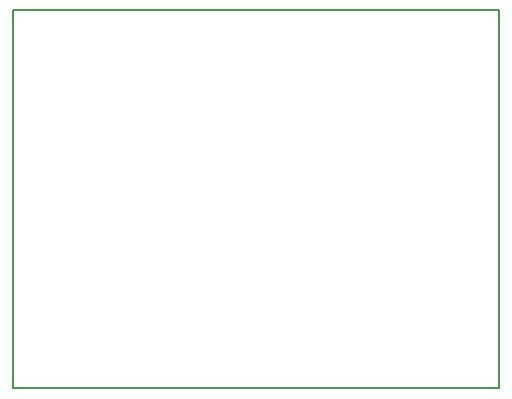
<source format=gbr>
%TF.GenerationSoftware,KiCad,Pcbnew,9.0.6*%
%TF.CreationDate,2025-12-01T23:04:52-05:00*%
%TF.ProjectId,ESP32C6-2,45535033-3243-4362-9d32-2e6b69636164,rev?*%
%TF.SameCoordinates,Original*%
%TF.FileFunction,Profile,NP*%
%FSLAX46Y46*%
G04 Gerber Fmt 4.6, Leading zero omitted, Abs format (unit mm)*
G04 Created by KiCad (PCBNEW 9.0.6) date 2025-12-01 23:04:52*
%MOMM*%
%LPD*%
G01*
G04 APERTURE LIST*
%TA.AperFunction,Profile*%
%ADD10C,0.200000*%
%TD*%
G04 APERTURE END LIST*
D10*
X111879300Y-45500000D02*
X153000000Y-45500000D01*
X153000000Y-77500000D01*
X111879300Y-77500000D01*
X111879300Y-45500000D01*
M02*

</source>
